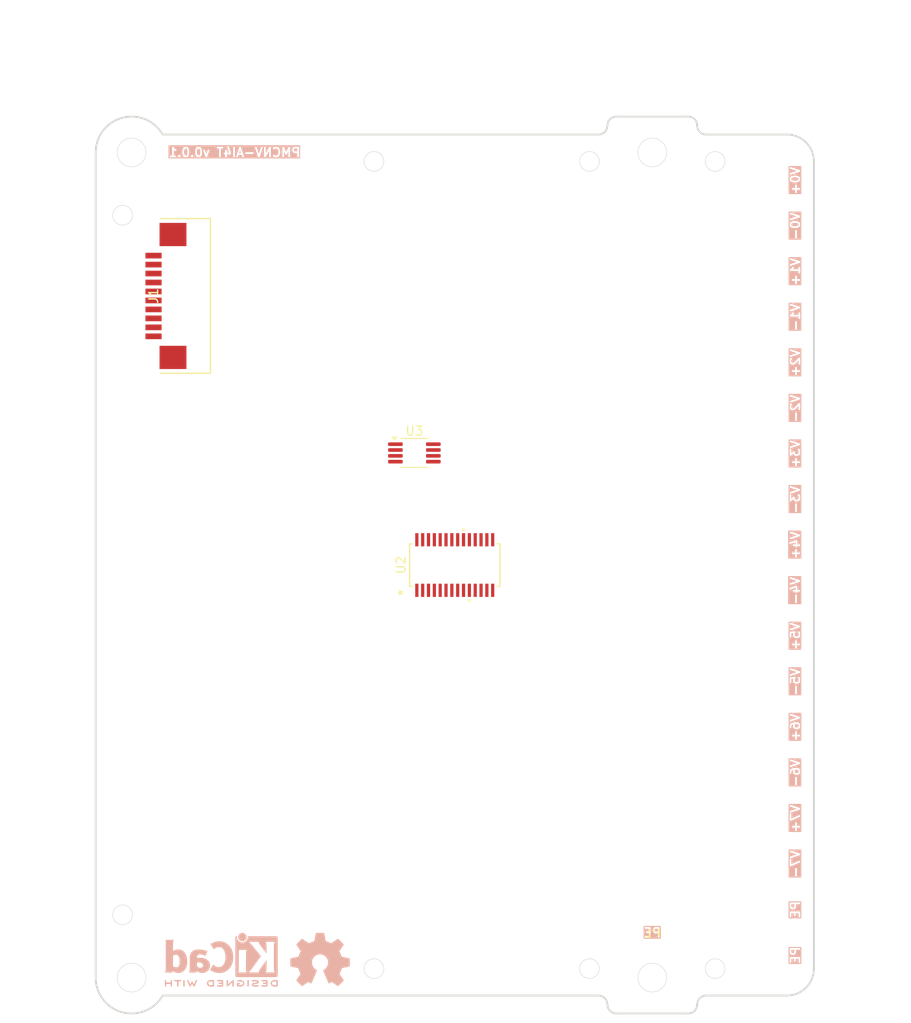
<source format=kicad_pcb>
(kicad_pcb (version 20241229) (generator "pcbnew") (generator_version "9.0")
  (title_block (title "${article} v${version}"))
  (layers (0 "F.Cu" signal) (2 "B.Cu" signal) (13 "F.Paste" user) (15 "B.Paste" user) (5 "F.SilkS" user "F.Silkscreen") (7 "B.SilkS" user "B.Silkscreen") (1 "F.Mask" user) (3 "B.Mask" user) (25 "Edge.Cuts" user))
  (property "article" "PMCNV-AI4T")
  (property "version" "0.0.1")
  (net 0 "")
  (net 1 "/MOSI")
  (net 2 "/CS")
  (net 3 "/MISO")
  (net 4 "GND")
  (net 5 "/SCK")
  (net 6 "+3.3V")
  (net 7 "+5V")
  (footprint "kicad_inventree_lib:PM-ESP32C3_v0.0.5" (layer "F.Cu") (at 25 100)
    (property "Reference" "U1" (hide yes))
    (property "Value" "~" (hide yes))
    (fp_circle (center 3 -39) (end 4.1 -39) (stroke (width 0.05)) (fill no) (layer "Edge.Cuts"))
    (fp_circle (center 3 39) (end 4.1 39) (stroke (width 0.05)) (fill no) (layer "Edge.Cuts"))
    (fp_circle (center 31 -45) (end 32.1 -45) (stroke (width 0.05)) (fill no) (layer "Edge.Cuts"))
    (fp_circle (center 31 45) (end 32.1 45) (stroke (width 0.05)) (fill no) (layer "Edge.Cuts"))
  )
  (footprint "kicad_inventree_lib:MountingHole_M3" (layer "F.Cu") (at 87 146)
    (property "Reference" "H7" (hide yes))
    (property "Value" "MountingHole_M3")
    (fp_circle (center 0 0) (end 1.6 0) (stroke (width 0.05)) (fill no) (layer "Edge.Cuts"))
  )
  (footprint "kicad_inventree_lib:PM_LED-xx-v0.0.1" (layer "F.Cu") (at 90 100)
    (property "Reference" "SP1" (hide yes))
    (property "Value" "~")
    (fp_circle (center -10 -45) (end -8.9 -45) (stroke (width 0.05)) (fill no) (layer "Edge.Cuts"))
    (fp_circle (center -10 45) (end -8.9 45) (stroke (width 0.05)) (fill no) (layer "Edge.Cuts"))
    (fp_circle (center 4 -45) (end 5.1 -45) (stroke (width 0.05)) (fill no) (layer "Edge.Cuts"))
    (fp_circle (center 4 45) (end 5.1 45) (stroke (width 0.05)) (fill no) (layer "Edge.Cuts"))
  )
  (footprint "kicad_inventree_lib:MountingHole_M3" (layer "F.Cu") (at 87 54)
    (property "Reference" "H4" (hide yes))
    (property "Value" "MountingHole_M3")
    (fp_circle (center 0 0) (end 1.6 0) (stroke (width 0.05)) (fill no) (layer "Edge.Cuts"))
  )
  (footprint "kicad_inventree_lib:MountingHole_M3" (layer "F.Cu") (at 29 54)
    (property "Reference" "H5" (hide yes))
    (property "Value" "MountingHole_M3")
    (fp_circle (center 0 0) (end 1.6 0) (stroke (width 0.05)) (fill no) (layer "Edge.Cuts"))
  )
  (footprint "kicad_inventree_lib:CONN10_AFA07-S10_JUS" (layer "F.Cu") (at 35 70 90)
    (property "Reference" "J1" (at 0 -3.556 90) (layer "F.SilkS"))
    (property "Value" "AFA07-S10FCC-00")
    (pad "1" smd rect (at -4.499991 -3.556 90) (size 0.635 1.8034) (layers "F.Cu" "F.Mask" "F.Paste") (net 7 "+5V"))
    (pad "2" smd rect (at -3.499993 -3.556 90) (size 0.635 1.8034) (layers "F.Cu" "F.Mask" "F.Paste") (net 6 "+3.3V"))
    (pad "3" smd rect (at -2.499995 -3.556 90) (size 0.635 1.8034) (layers "F.Cu" "F.Mask" "F.Paste"))
    (pad "4" smd rect (at -1.499997 -3.556 90) (size 0.635 1.8034) (layers "F.Cu" "F.Mask" "F.Paste") (net 1 "/MOSI"))
    (pad "5" smd rect (at -0.499999 -3.556 90) (size 0.635 1.8034) (layers "F.Cu" "F.Mask" "F.Paste") (net 3 "/MISO"))
    (pad "6" smd rect (at 0.499999 -3.556 90) (size 0.635 1.8034) (layers "F.Cu" "F.Mask" "F.Paste") (net 5 "/SCK"))
    (pad "7" smd rect (at 1.499997 -3.556 90) (size 0.635 1.8034) (layers "F.Cu" "F.Mask" "F.Paste") (net 2 "/CS"))
    (pad "8" smd rect (at 2.499995 -3.556 90) (size 0.635 1.8034) (layers "F.Cu" "F.Mask" "F.Paste") (net 4 "GND"))
    (pad "9" smd rect (at 3.499993 -3.556 90) (size 0.635 1.8034) (layers "F.Cu" "F.Mask" "F.Paste"))
    (pad "10" smd rect (at 4.499991 -3.556 90) (size 0.635 1.8034) (layers "F.Cu" "F.Mask" "F.Paste"))
    (pad "11" smd rect (at -6.850002 -1.385999 90) (size 2.5908 2.9972) (layers "F.Cu" "F.Mask" "F.Paste"))
    (pad "12" smd rect (at 6.850002 -1.385999 90) (size 2.5908 2.9972) (layers "F.Cu" "F.Mask" "F.Paste"))
  )
  (footprint "Package_SO:MSOP-8_3x3mm_P0.65mm" (layer "F.Cu") (at 60.5 87.5)
    (property "Reference" "U3" (at 0 -2.45 0) (layer "F.SilkS"))
    (property "Value" "REF5025ADGK")
    (pad "1" smd roundrect (at -2.1125 -0.975) (size 1.625 0.4) (layers "F.Cu" "F.Mask" "F.Paste"))
    (pad "2" smd roundrect (at -2.1125 -0.325) (size 1.625 0.4) (layers "F.Cu" "F.Mask" "F.Paste"))
    (pad "3" smd roundrect (at -2.1125 0.325) (size 1.625 0.4) (layers "F.Cu" "F.Mask" "F.Paste"))
    (pad "4" smd roundrect (at -2.1125 0.975) (size 1.625 0.4) (layers "F.Cu" "F.Mask" "F.Paste"))
    (pad "5" smd roundrect (at 2.1125 0.975) (size 1.625 0.4) (layers "F.Cu" "F.Mask" "F.Paste"))
    (pad "6" smd roundrect (at 2.1125 0.325) (size 1.625 0.4) (layers "F.Cu" "F.Mask" "F.Paste"))
    (pad "7" smd roundrect (at 2.1125 -0.325) (size 1.625 0.4) (layers "F.Cu" "F.Mask" "F.Paste"))
    (pad "8" smd roundrect (at 2.1125 -0.975) (size 1.625 0.4) (layers "F.Cu" "F.Mask" "F.Paste"))
  )
  (footprint "kicad_inventree_lib:RU_28_ADI" (layer "F.Cu") (at 65 100 90)
    (property "Reference" "U2" (at 0 -6 90) (layer "F.SilkS"))
    (property "Value" "AD7193BRUZ")
    (fp_text user "*" (at -3.0734 -5.7236 90) (layer "F.SilkS"))
    (pad "1" smd rect (at -2.8194 -4.225 90) (size 1.4732 0.3556) (layers "F.Cu" "F.Mask" "F.Paste"))
    (pad "2" smd rect (at -2.8194 -3.574999 90) (size 1.4732 0.3556) (layers "F.Cu" "F.Mask" "F.Paste"))
    (pad "3" smd rect (at -2.8194 -2.925 90) (size 1.4732 0.3556) (layers "F.Cu" "F.Mask" "F.Paste"))
    (pad "4" smd rect (at -2.8194 -2.274999 90) (size 1.4732 0.3556) (layers "F.Cu" "F.Mask" "F.Paste"))
    (pad "5" smd rect (at -2.8194 -1.625001 90) (size 1.4732 0.3556) (layers "F.Cu" "F.Mask" "F.Paste"))
    (pad "6" smd rect (at -2.8194 -0.974999 90) (size 1.4732 0.3556) (layers "F.Cu" "F.Mask" "F.Paste"))
    (pad "7" smd rect (at -2.8194 -0.325001 90) (size 1.4732 0.3556) (layers "F.Cu" "F.Mask" "F.Paste"))
    (pad "8" smd rect (at -2.8194 0.324998 90) (size 1.4732 0.3556) (layers "F.Cu" "F.Mask" "F.Paste"))
    (pad "9" smd rect (at -2.8194 0.974999 90) (size 1.4732 0.3556) (layers "F.Cu" "F.Mask" "F.Paste"))
    (pad "10" smd rect (at -2.8194 1.624998 90) (size 1.4732 0.3556) (layers "F.Cu" "F.Mask" "F.Paste"))
    (pad "11" smd rect (at -2.8194 2.274999 90) (size 1.4732 0.3556) (layers "F.Cu" "F.Mask" "F.Paste"))
    (pad "12" smd rect (at -2.8194 2.924998 90) (size 1.4732 0.3556) (layers "F.Cu" "F.Mask" "F.Paste"))
    (pad "13" smd rect (at -2.8194 3.574999 90) (size 1.4732 0.3556) (layers "F.Cu" "F.Mask" "F.Paste"))
    (pad "14" smd rect (at -2.8194 4.224998 90) (size 1.4732 0.3556) (layers "F.Cu" "F.Mask" "F.Paste"))
    (pad "15" smd rect (at 2.8194 4.225 90) (size 1.4732 0.3556) (layers "F.Cu" "F.Mask" "F.Paste"))
    (pad "16" smd rect (at 2.8194 3.574999 90) (size 1.4732 0.3556) (layers "F.Cu" "F.Mask" "F.Paste"))
    (pad "17" smd rect (at 2.8194 2.925 90) (size 1.4732 0.3556) (layers "F.Cu" "F.Mask" "F.Paste"))
    (pad "18" smd rect (at 2.8194 2.274999 90) (size 1.4732 0.3556) (layers "F.Cu" "F.Mask" "F.Paste"))
    (pad "19" smd rect (at 2.8194 1.625001 90) (size 1.4732 0.3556) (layers "F.Cu" "F.Mask" "F.Paste"))
    (pad "20" smd rect (at 2.8194 0.974999 90) (size 1.4732 0.3556) (layers "F.Cu" "F.Mask" "F.Paste"))
    (pad "21" smd rect (at 2.8194 0.325001 90) (size 1.4732 0.3556) (layers "F.Cu" "F.Mask" "F.Paste"))
    (pad "22" smd rect (at 2.8194 -0.325001 90) (size 1.4732 0.3556) (layers "F.Cu" "F.Mask" "F.Paste"))
    (pad "23" smd rect (at 2.8194 -0.974999 90) (size 1.4732 0.3556) (layers "F.Cu" "F.Mask" "F.Paste"))
    (pad "24" smd rect (at 2.8194 -1.625001 90) (size 1.4732 0.3556) (layers "F.Cu" "F.Mask" "F.Paste"))
    (pad "25" smd rect (at 2.8194 -2.274999 90) (size 1.4732 0.3556) (layers "F.Cu" "F.Mask" "F.Paste"))
    (pad "26" smd rect (at 2.8194 -2.925 90) (size 1.4732 0.3556) (layers "F.Cu" "F.Mask" "F.Paste"))
    (pad "27" smd rect (at 2.8194 -3.574999 90) (size 1.4732 0.3556) (layers "F.Cu" "F.Mask" "F.Paste"))
    (pad "28" smd rect (at 2.8194 -4.225 90) (size 1.4732 0.3556) (layers "F.Cu" "F.Mask" "F.Paste"))
  )
  (footprint "kicad_inventree_lib:MountingHole_M3" (layer "F.Cu") (at 29 146)
    (property "Reference" "H6" (hide yes))
    (property "Value" "MountingHole_M3")
    (fp_circle (center 0 0) (end 1.6 0) (stroke (width 0.05)) (fill no) (layer "Edge.Cuts"))
  )
  (footprint "Symbol:KiCad-Logo2_5mm_SilkScreen" (layer "B.Cu") (at 39 144 180)
    (property "Reference" "kicad_logo" (hide yes))
    (property "Value" "KiCad-Logo2_5mm_SilkScreen" (hide yes))
  )
  (footprint "Symbol:OSHW-Symbol_6.7x6mm_SilkScreen" (layer "B.Cu") (at 50 144 180)
    (property "Reference" "oshw_logo" (hide yes))
    (property "Value" "OSHW-Symbol_6.7x6mm_SilkScreen" (hide yes))
  )
  (gr_line (start 32.472973 52) (end 81 52) (stroke (width 0.2)) (layer "Edge.Cuts"))
  (gr_arc (start 92 149) (mid 91.707107 149.707107) (end 91 150) (stroke (width 0.2)) (layer "Edge.Cuts"))
  (gr_line (start 91 50) (end 83 50) (stroke (width 0.2)) (layer "Edge.Cuts"))
  (gr_arc (start 32.464101 148) (mid 27.964724 149.863703) (end 25 146) (stroke (width 0.2)) (layer "Edge.Cuts"))
  (gr_arc (start 82 51) (mid 81.707107 51.707107) (end 81 52) (stroke (width 0.2)) (layer "Edge.Cuts"))
  (gr_arc (start 91 50) (mid 91.707107 50.292893) (end 92 51) (stroke (width 0.2)) (layer "Edge.Cuts"))
  (gr_line (start 105 55) (end 105 145) (stroke (width 0.2)) (layer "Edge.Cuts"))
  (gr_line (start 25 54) (end 25 146) (stroke (width 0.2)) (layer "Edge.Cuts"))
  (gr_line (start 102 52) (end 93 52) (stroke (width 0.2)) (layer "Edge.Cuts"))
  (gr_line (start 81 148) (end 32.4641 148) (stroke (width 0.2)) (layer "Edge.Cuts"))
  (gr_line (start 93 148) (end 102 148) (stroke (width 0.2)) (layer "Edge.Cuts"))
  (gr_arc (start 102 52) (mid 104.12132 52.87868) (end 105 55) (stroke (width 0.2)) (layer "Edge.Cuts"))
  (gr_arc (start 105 145) (mid 104.12132 147.12132) (end 102 148) (stroke (width 0.2)) (layer "Edge.Cuts"))
  (gr_arc (start 29 50) (mid 31.001917 50.537006) (end 32.466314 52.003836) (stroke (width 0.2)) (layer "Edge.Cuts"))
  (gr_line (start 83 150) (end 91 150) (stroke (width 0.2)) (layer "Edge.Cuts"))
  (gr_arc (start 81 148) (mid 81.707107 148.292893) (end 82 149) (stroke (width 0.2)) (layer "Edge.Cuts"))
  (gr_arc (start 25 54) (mid 26.171573 51.171573) (end 29 50) (stroke (width 0.2)) (layer "Edge.Cuts"))
  (gr_arc (start 82 51) (mid 82.292893 50.292893) (end 83 50) (stroke (width 0.2)) (layer "Edge.Cuts"))
  (gr_arc (start 93 52) (mid 92.292893 51.707107) (end 92 51) (stroke (width 0.2)) (layer "Edge.Cuts"))
  (gr_arc (start 83 150) (mid 82.292893 149.707107) (end 82 149) (stroke (width 0.2)) (layer "Edge.Cuts"))
  (gr_arc (start 92 149) (mid 92.292893 148.292893) (end 93 148) (stroke (width 0.2)) (layer "Edge.Cuts"))
  (gr_text "PE" (at 87 141 0) (layer "F.SilkS" knockout) (effects (font (size 1 1) (thickness 0.2) (bold yes))))
  (gr_text "V1+" (at 102.94 67.31 90) (layer "B.SilkS" knockout) (effects (font (size 1 1) (thickness 0.2) (bold yes)) (justify mirror)))
  (gr_text "V7-" (at 102.94 133.35 90) (layer "B.SilkS" knockout) (effects (font (size 1 1) (thickness 0.2) (bold yes)) (justify mirror)))
  (gr_text "V2-" (at 102.94 82.55 90) (layer "B.SilkS" knockout) (effects (font (size 1 1) (thickness 0.2) (bold yes)) (justify mirror)))
  (gr_text "V5+" (at 102.94 107.95 90) (layer "B.SilkS" knockout) (effects (font (size 1 1) (thickness 0.2) (bold yes)) (justify mirror)))
  (gr_text "V1-" (at 102.94 72.39 90) (layer "B.SilkS" knockout) (effects (font (size 1 1) (thickness 0.2) (bold yes)) (justify mirror)))
  (gr_text "PE" (at 102.94 138.43 90) (layer "B.SilkS" knockout) (effects (font (size 1 1) (thickness 0.2) (bold yes)) (justify mirror)))
  (gr_text "V4+" (at 102.94 97.79 90) (layer "B.SilkS" knockout) (effects (font (size 1 1) (thickness 0.2) (bold yes)) (justify mirror)))
  (gr_text "V7+" (at 102.94 128.27 90) (layer "B.SilkS" knockout) (effects (font (size 1 1) (thickness 0.2) (bold yes)) (justify mirror)))
  (gr_text "V3-" (at 102.94 92.71 90) (layer "B.SilkS" knockout) (effects (font (size 1 1) (thickness 0.2) (bold yes)) (justify mirror)))
  (gr_text "V6-" (at 102.94 123.19 90) (layer "B.SilkS" knockout) (effects (font (size 1 1) (thickness 0.2) (bold yes)) (justify mirror)))
  (gr_text "V3+" (at 102.94 87.63 90) (layer "B.SilkS" knockout) (effects (font (size 1 1) (thickness 0.2) (bold yes)) (justify mirror)))
  (gr_text "V0-" (at 102.94 62.23 90) (layer "B.SilkS" knockout) (effects (font (size 1 1) (thickness 0.2) (bold yes)) (justify mirror)))
  (gr_text "V0+" (at 102.94 57.15 90) (layer "B.SilkS" knockout) (effects (font (size 1 1) (thickness 0.2) (bold yes)) (justify mirror)))
  (gr_text "PE" (at 102.94 143.51 90) (layer "B.SilkS" knockout) (effects (font (size 1 1) (thickness 0.2) (bold yes)) (justify mirror)))
  (gr_text "V6+" (at 102.94 118.11 90) (layer "B.SilkS" knockout) (effects (font (size 1 1) (thickness 0.2) (bold yes)) (justify mirror)))
  (gr_text "V4-" (at 102.94 102.87 90) (layer "B.SilkS" knockout) (effects (font (size 1 1) (thickness 0.2) (bold yes)) (justify mirror)))
  (gr_text "${article} v${version}" (at 33 54 0) (layer "B.SilkS" knockout) (effects (font (size 1 1) (thickness 0.2) (bold yes)) (justify right mirror)))
  (gr_text "V5-" (at 102.94 113.03 90) (layer "B.SilkS" knockout) (effects (font (size 1 1) (thickness 0.2) (bold yes)) (justify mirror)))
  (gr_text "V2+" (at 102.94 77.47 90) (layer "B.SilkS" knockout) (effects (font (size 1 1) (thickness 0.2) (bold yes)) (justify mirror)))
  (gr_text "PE" (at 87 141 -0) (layer "B.SilkS" knockout) (effects (font (size 1 1) (thickness 0.2) (bold yes)) (justify mirror)))
)
</source>
